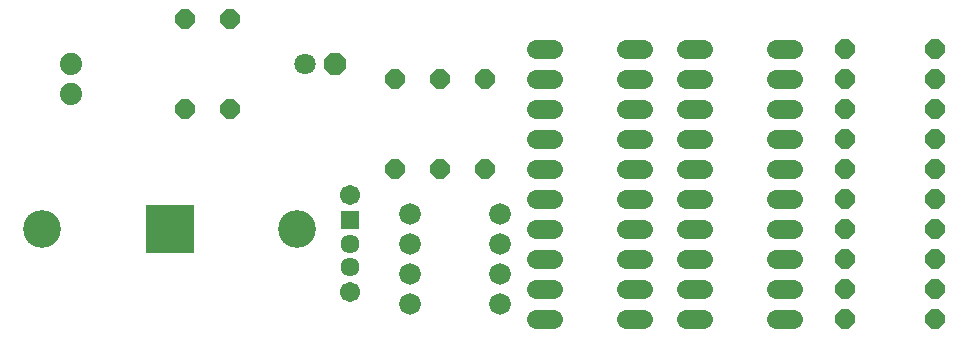
<source format=gbs>
G75*
%MOIN*%
%OFA0B0*%
%FSLAX25Y25*%
%IPPOS*%
%LPD*%
%AMOC8*
5,1,8,0,0,1.08239X$1,22.5*
%
%ADD10C,0.06400*%
%ADD11OC8,0.06400*%
%ADD12C,0.07200*%
%ADD13C,0.12611*%
%ADD14R,0.16391X0.16391*%
%ADD15C,0.07400*%
%ADD16R,0.06350X0.06350*%
%ADD17C,0.06350*%
%ADD18C,0.06706*%
%ADD19OC8,0.07100*%
%ADD20C,0.07100*%
D10*
X0178600Y0011400D02*
X0184200Y0011400D01*
X0208600Y0011400D02*
X0214200Y0011400D01*
X0228600Y0011400D02*
X0234200Y0011400D01*
X0234200Y0021400D02*
X0228600Y0021400D01*
X0214200Y0021400D02*
X0208600Y0021400D01*
X0184200Y0021400D02*
X0178600Y0021400D01*
X0178600Y0031400D02*
X0184200Y0031400D01*
X0208600Y0031400D02*
X0214200Y0031400D01*
X0228600Y0031400D02*
X0234200Y0031400D01*
X0234200Y0041400D02*
X0228600Y0041400D01*
X0214200Y0041400D02*
X0208600Y0041400D01*
X0184200Y0041400D02*
X0178600Y0041400D01*
X0178600Y0051400D02*
X0184200Y0051400D01*
X0208600Y0051400D02*
X0214200Y0051400D01*
X0228600Y0051400D02*
X0234200Y0051400D01*
X0258600Y0051400D02*
X0264200Y0051400D01*
X0264200Y0041400D02*
X0258600Y0041400D01*
X0258600Y0031400D02*
X0264200Y0031400D01*
X0264200Y0021400D02*
X0258600Y0021400D01*
X0258600Y0011400D02*
X0264200Y0011400D01*
X0264200Y0061400D02*
X0258600Y0061400D01*
X0258600Y0071400D02*
X0264200Y0071400D01*
X0264200Y0081400D02*
X0258600Y0081400D01*
X0258600Y0091400D02*
X0264200Y0091400D01*
X0264200Y0101400D02*
X0258600Y0101400D01*
X0234200Y0101400D02*
X0228600Y0101400D01*
X0214200Y0101400D02*
X0208600Y0101400D01*
X0184200Y0101400D02*
X0178600Y0101400D01*
X0178600Y0091400D02*
X0184200Y0091400D01*
X0208600Y0091400D02*
X0214200Y0091400D01*
X0228600Y0091400D02*
X0234200Y0091400D01*
X0234200Y0081400D02*
X0228600Y0081400D01*
X0214200Y0081400D02*
X0208600Y0081400D01*
X0184200Y0081400D02*
X0178600Y0081400D01*
X0178600Y0071400D02*
X0184200Y0071400D01*
X0208600Y0071400D02*
X0214200Y0071400D01*
X0228600Y0071400D02*
X0234200Y0071400D01*
X0234200Y0061400D02*
X0228600Y0061400D01*
X0214200Y0061400D02*
X0208600Y0061400D01*
X0184200Y0061400D02*
X0178600Y0061400D01*
D11*
X0161400Y0061400D03*
X0146400Y0061400D03*
X0131400Y0061400D03*
X0076400Y0081400D03*
X0061400Y0081400D03*
X0131400Y0091400D03*
X0146400Y0091400D03*
X0161400Y0091400D03*
X0076400Y0111400D03*
X0061400Y0111400D03*
X0281400Y0101400D03*
X0281400Y0091400D03*
X0281400Y0081400D03*
X0281400Y0071400D03*
X0281400Y0061400D03*
X0281400Y0051400D03*
X0281400Y0041400D03*
X0281400Y0031400D03*
X0281400Y0021400D03*
X0281400Y0011400D03*
X0311400Y0011400D03*
X0311400Y0021400D03*
X0311400Y0031400D03*
X0311400Y0041400D03*
X0311400Y0051400D03*
X0311400Y0061400D03*
X0311400Y0071400D03*
X0311400Y0081400D03*
X0311400Y0091400D03*
X0311400Y0101400D03*
D12*
X0166400Y0046400D03*
X0166400Y0036400D03*
X0166400Y0026400D03*
X0166400Y0016400D03*
X0136400Y0016400D03*
X0136400Y0026400D03*
X0136400Y0036400D03*
X0136400Y0046400D03*
D13*
X0013880Y0041400D03*
X0098920Y0041400D03*
D14*
X0056400Y0041400D03*
D15*
X0023526Y0086400D03*
X0023526Y0096400D03*
D16*
X0116400Y0044274D03*
D17*
X0116400Y0036400D03*
X0116400Y0028526D03*
D18*
X0116400Y0020258D03*
X0116400Y0052542D03*
D19*
X0111400Y0096400D03*
D20*
X0101400Y0096400D03*
M02*

</source>
